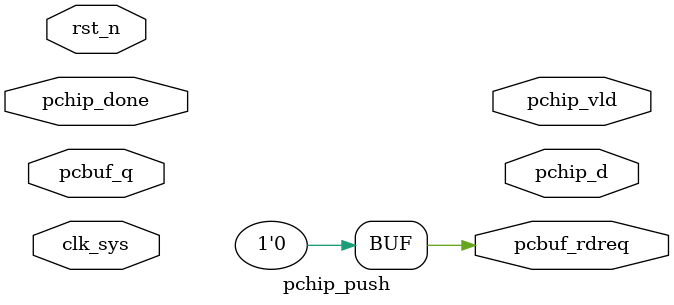
<source format=v>

module pchip_push(
//pkg data
pchip_d,
pchip_vld,
pchip_done,
//pcbuf port
pcbuf_rdreq,
pcbuf_q,
//clk rst
clk_sys,
rst_n
);

//pkg data
output [15:0]	pchip_d;
output				pchip_vld;
input					pchip_done;
//pcbuf port
output 				pcbuf_rdreq;
input [15:0]	pcbuf_q;
//clk rst
input clk_sys;
input rst_n;
//-----------------------------------
//-----------------------------------


wire pcbuf_rdreq = 1'b0;

endmodule

</source>
